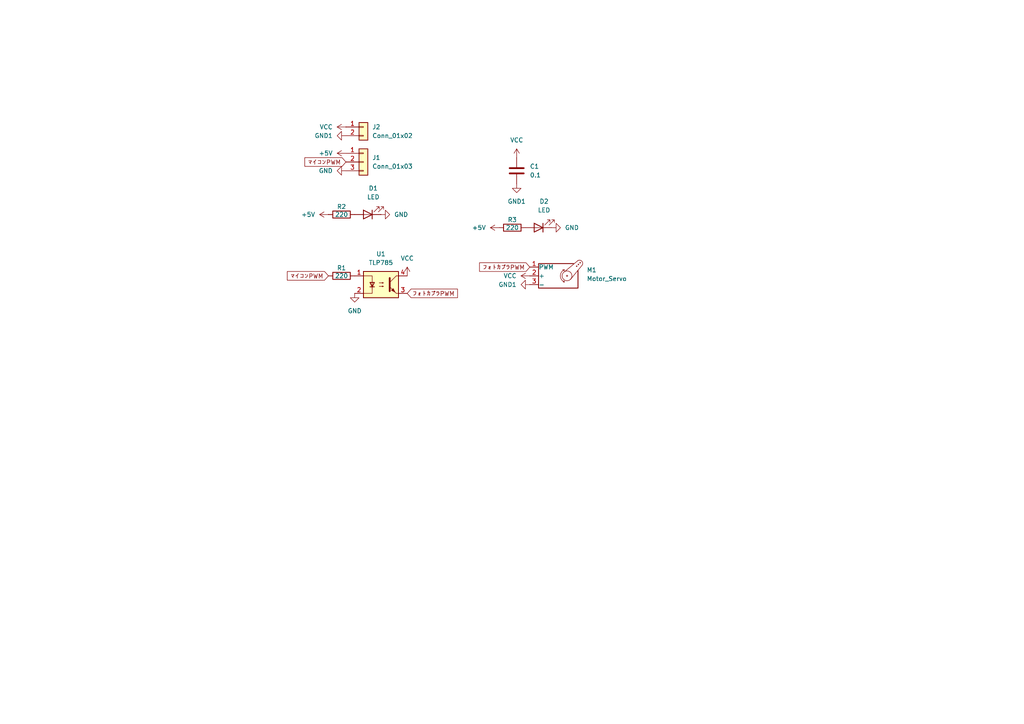
<source format=kicad_sch>
(kicad_sch
	(version 20231120)
	(generator "eeschema")
	(generator_version "8.0")
	(uuid "61befe0b-a8b9-422c-be8e-08a6ab0781c9")
	(paper "A4")
	(lib_symbols
		(symbol "Connector_Generic:Conn_01x02"
			(pin_names
				(offset 1.016) hide)
			(exclude_from_sim no)
			(in_bom yes)
			(on_board yes)
			(property "Reference" "J"
				(at 0 2.54 0)
				(effects
					(font
						(size 1.27 1.27)
					)
				)
			)
			(property "Value" "Conn_01x02"
				(at 0 -5.08 0)
				(effects
					(font
						(size 1.27 1.27)
					)
				)
			)
			(property "Footprint" ""
				(at 0 0 0)
				(effects
					(font
						(size 1.27 1.27)
					)
					(hide yes)
				)
			)
			(property "Datasheet" "~"
				(at 0 0 0)
				(effects
					(font
						(size 1.27 1.27)
					)
					(hide yes)
				)
			)
			(property "Description" "Generic connector, single row, 01x02, script generated (kicad-library-utils/schlib/autogen/connector/)"
				(at 0 0 0)
				(effects
					(font
						(size 1.27 1.27)
					)
					(hide yes)
				)
			)
			(property "ki_keywords" "connector"
				(at 0 0 0)
				(effects
					(font
						(size 1.27 1.27)
					)
					(hide yes)
				)
			)
			(property "ki_fp_filters" "Connector*:*_1x??_*"
				(at 0 0 0)
				(effects
					(font
						(size 1.27 1.27)
					)
					(hide yes)
				)
			)
			(symbol "Conn_01x02_1_1"
				(rectangle
					(start -1.27 -2.413)
					(end 0 -2.667)
					(stroke
						(width 0.1524)
						(type default)
					)
					(fill
						(type none)
					)
				)
				(rectangle
					(start -1.27 0.127)
					(end 0 -0.127)
					(stroke
						(width 0.1524)
						(type default)
					)
					(fill
						(type none)
					)
				)
				(rectangle
					(start -1.27 1.27)
					(end 1.27 -3.81)
					(stroke
						(width 0.254)
						(type default)
					)
					(fill
						(type background)
					)
				)
				(pin passive line
					(at -5.08 0 0)
					(length 3.81)
					(name "Pin_1"
						(effects
							(font
								(size 1.27 1.27)
							)
						)
					)
					(number "1"
						(effects
							(font
								(size 1.27 1.27)
							)
						)
					)
				)
				(pin passive line
					(at -5.08 -2.54 0)
					(length 3.81)
					(name "Pin_2"
						(effects
							(font
								(size 1.27 1.27)
							)
						)
					)
					(number "2"
						(effects
							(font
								(size 1.27 1.27)
							)
						)
					)
				)
			)
		)
		(symbol "Connector_Generic:Conn_01x03"
			(pin_names
				(offset 1.016) hide)
			(exclude_from_sim no)
			(in_bom yes)
			(on_board yes)
			(property "Reference" "J"
				(at 0 5.08 0)
				(effects
					(font
						(size 1.27 1.27)
					)
				)
			)
			(property "Value" "Conn_01x03"
				(at 0 -5.08 0)
				(effects
					(font
						(size 1.27 1.27)
					)
				)
			)
			(property "Footprint" ""
				(at 0 0 0)
				(effects
					(font
						(size 1.27 1.27)
					)
					(hide yes)
				)
			)
			(property "Datasheet" "~"
				(at 0 0 0)
				(effects
					(font
						(size 1.27 1.27)
					)
					(hide yes)
				)
			)
			(property "Description" "Generic connector, single row, 01x03, script generated (kicad-library-utils/schlib/autogen/connector/)"
				(at 0 0 0)
				(effects
					(font
						(size 1.27 1.27)
					)
					(hide yes)
				)
			)
			(property "ki_keywords" "connector"
				(at 0 0 0)
				(effects
					(font
						(size 1.27 1.27)
					)
					(hide yes)
				)
			)
			(property "ki_fp_filters" "Connector*:*_1x??_*"
				(at 0 0 0)
				(effects
					(font
						(size 1.27 1.27)
					)
					(hide yes)
				)
			)
			(symbol "Conn_01x03_1_1"
				(rectangle
					(start -1.27 -2.413)
					(end 0 -2.667)
					(stroke
						(width 0.1524)
						(type default)
					)
					(fill
						(type none)
					)
				)
				(rectangle
					(start -1.27 0.127)
					(end 0 -0.127)
					(stroke
						(width 0.1524)
						(type default)
					)
					(fill
						(type none)
					)
				)
				(rectangle
					(start -1.27 2.667)
					(end 0 2.413)
					(stroke
						(width 0.1524)
						(type default)
					)
					(fill
						(type none)
					)
				)
				(rectangle
					(start -1.27 3.81)
					(end 1.27 -3.81)
					(stroke
						(width 0.254)
						(type default)
					)
					(fill
						(type background)
					)
				)
				(pin passive line
					(at -5.08 2.54 0)
					(length 3.81)
					(name "Pin_1"
						(effects
							(font
								(size 1.27 1.27)
							)
						)
					)
					(number "1"
						(effects
							(font
								(size 1.27 1.27)
							)
						)
					)
				)
				(pin passive line
					(at -5.08 0 0)
					(length 3.81)
					(name "Pin_2"
						(effects
							(font
								(size 1.27 1.27)
							)
						)
					)
					(number "2"
						(effects
							(font
								(size 1.27 1.27)
							)
						)
					)
				)
				(pin passive line
					(at -5.08 -2.54 0)
					(length 3.81)
					(name "Pin_3"
						(effects
							(font
								(size 1.27 1.27)
							)
						)
					)
					(number "3"
						(effects
							(font
								(size 1.27 1.27)
							)
						)
					)
				)
			)
		)
		(symbol "Device:C"
			(pin_numbers hide)
			(pin_names
				(offset 0.254)
			)
			(exclude_from_sim no)
			(in_bom yes)
			(on_board yes)
			(property "Reference" "C"
				(at 0.635 2.54 0)
				(effects
					(font
						(size 1.27 1.27)
					)
					(justify left)
				)
			)
			(property "Value" "C"
				(at 0.635 -2.54 0)
				(effects
					(font
						(size 1.27 1.27)
					)
					(justify left)
				)
			)
			(property "Footprint" ""
				(at 0.9652 -3.81 0)
				(effects
					(font
						(size 1.27 1.27)
					)
					(hide yes)
				)
			)
			(property "Datasheet" "~"
				(at 0 0 0)
				(effects
					(font
						(size 1.27 1.27)
					)
					(hide yes)
				)
			)
			(property "Description" "Unpolarized capacitor"
				(at 0 0 0)
				(effects
					(font
						(size 1.27 1.27)
					)
					(hide yes)
				)
			)
			(property "ki_keywords" "cap capacitor"
				(at 0 0 0)
				(effects
					(font
						(size 1.27 1.27)
					)
					(hide yes)
				)
			)
			(property "ki_fp_filters" "C_*"
				(at 0 0 0)
				(effects
					(font
						(size 1.27 1.27)
					)
					(hide yes)
				)
			)
			(symbol "C_0_1"
				(polyline
					(pts
						(xy -2.032 -0.762) (xy 2.032 -0.762)
					)
					(stroke
						(width 0.508)
						(type default)
					)
					(fill
						(type none)
					)
				)
				(polyline
					(pts
						(xy -2.032 0.762) (xy 2.032 0.762)
					)
					(stroke
						(width 0.508)
						(type default)
					)
					(fill
						(type none)
					)
				)
			)
			(symbol "C_1_1"
				(pin passive line
					(at 0 3.81 270)
					(length 2.794)
					(name "~"
						(effects
							(font
								(size 1.27 1.27)
							)
						)
					)
					(number "1"
						(effects
							(font
								(size 1.27 1.27)
							)
						)
					)
				)
				(pin passive line
					(at 0 -3.81 90)
					(length 2.794)
					(name "~"
						(effects
							(font
								(size 1.27 1.27)
							)
						)
					)
					(number "2"
						(effects
							(font
								(size 1.27 1.27)
							)
						)
					)
				)
			)
		)
		(symbol "Device:LED"
			(pin_numbers hide)
			(pin_names
				(offset 1.016) hide)
			(exclude_from_sim no)
			(in_bom yes)
			(on_board yes)
			(property "Reference" "D"
				(at 0 2.54 0)
				(effects
					(font
						(size 1.27 1.27)
					)
				)
			)
			(property "Value" "LED"
				(at 0 -2.54 0)
				(effects
					(font
						(size 1.27 1.27)
					)
				)
			)
			(property "Footprint" ""
				(at 0 0 0)
				(effects
					(font
						(size 1.27 1.27)
					)
					(hide yes)
				)
			)
			(property "Datasheet" "~"
				(at 0 0 0)
				(effects
					(font
						(size 1.27 1.27)
					)
					(hide yes)
				)
			)
			(property "Description" "Light emitting diode"
				(at 0 0 0)
				(effects
					(font
						(size 1.27 1.27)
					)
					(hide yes)
				)
			)
			(property "ki_keywords" "LED diode"
				(at 0 0 0)
				(effects
					(font
						(size 1.27 1.27)
					)
					(hide yes)
				)
			)
			(property "ki_fp_filters" "LED* LED_SMD:* LED_THT:*"
				(at 0 0 0)
				(effects
					(font
						(size 1.27 1.27)
					)
					(hide yes)
				)
			)
			(symbol "LED_0_1"
				(polyline
					(pts
						(xy -1.27 -1.27) (xy -1.27 1.27)
					)
					(stroke
						(width 0.254)
						(type default)
					)
					(fill
						(type none)
					)
				)
				(polyline
					(pts
						(xy -1.27 0) (xy 1.27 0)
					)
					(stroke
						(width 0)
						(type default)
					)
					(fill
						(type none)
					)
				)
				(polyline
					(pts
						(xy 1.27 -1.27) (xy 1.27 1.27) (xy -1.27 0) (xy 1.27 -1.27)
					)
					(stroke
						(width 0.254)
						(type default)
					)
					(fill
						(type none)
					)
				)
				(polyline
					(pts
						(xy -3.048 -0.762) (xy -4.572 -2.286) (xy -3.81 -2.286) (xy -4.572 -2.286) (xy -4.572 -1.524)
					)
					(stroke
						(width 0)
						(type default)
					)
					(fill
						(type none)
					)
				)
				(polyline
					(pts
						(xy -1.778 -0.762) (xy -3.302 -2.286) (xy -2.54 -2.286) (xy -3.302 -2.286) (xy -3.302 -1.524)
					)
					(stroke
						(width 0)
						(type default)
					)
					(fill
						(type none)
					)
				)
			)
			(symbol "LED_1_1"
				(pin passive line
					(at -3.81 0 0)
					(length 2.54)
					(name "K"
						(effects
							(font
								(size 1.27 1.27)
							)
						)
					)
					(number "1"
						(effects
							(font
								(size 1.27 1.27)
							)
						)
					)
				)
				(pin passive line
					(at 3.81 0 180)
					(length 2.54)
					(name "A"
						(effects
							(font
								(size 1.27 1.27)
							)
						)
					)
					(number "2"
						(effects
							(font
								(size 1.27 1.27)
							)
						)
					)
				)
			)
		)
		(symbol "Device:R"
			(pin_numbers hide)
			(pin_names
				(offset 0)
			)
			(exclude_from_sim no)
			(in_bom yes)
			(on_board yes)
			(property "Reference" "R"
				(at 2.032 0 90)
				(effects
					(font
						(size 1.27 1.27)
					)
				)
			)
			(property "Value" "R"
				(at 0 0 90)
				(effects
					(font
						(size 1.27 1.27)
					)
				)
			)
			(property "Footprint" ""
				(at -1.778 0 90)
				(effects
					(font
						(size 1.27 1.27)
					)
					(hide yes)
				)
			)
			(property "Datasheet" "~"
				(at 0 0 0)
				(effects
					(font
						(size 1.27 1.27)
					)
					(hide yes)
				)
			)
			(property "Description" "Resistor"
				(at 0 0 0)
				(effects
					(font
						(size 1.27 1.27)
					)
					(hide yes)
				)
			)
			(property "ki_keywords" "R res resistor"
				(at 0 0 0)
				(effects
					(font
						(size 1.27 1.27)
					)
					(hide yes)
				)
			)
			(property "ki_fp_filters" "R_*"
				(at 0 0 0)
				(effects
					(font
						(size 1.27 1.27)
					)
					(hide yes)
				)
			)
			(symbol "R_0_1"
				(rectangle
					(start -1.016 -2.54)
					(end 1.016 2.54)
					(stroke
						(width 0.254)
						(type default)
					)
					(fill
						(type none)
					)
				)
			)
			(symbol "R_1_1"
				(pin passive line
					(at 0 3.81 270)
					(length 1.27)
					(name "~"
						(effects
							(font
								(size 1.27 1.27)
							)
						)
					)
					(number "1"
						(effects
							(font
								(size 1.27 1.27)
							)
						)
					)
				)
				(pin passive line
					(at 0 -3.81 90)
					(length 1.27)
					(name "~"
						(effects
							(font
								(size 1.27 1.27)
							)
						)
					)
					(number "2"
						(effects
							(font
								(size 1.27 1.27)
							)
						)
					)
				)
			)
		)
		(symbol "Isolator:TLP785"
			(pin_names
				(offset 1.016)
			)
			(exclude_from_sim no)
			(in_bom yes)
			(on_board yes)
			(property "Reference" "U"
				(at -5.08 5.08 0)
				(effects
					(font
						(size 1.27 1.27)
					)
					(justify left)
				)
			)
			(property "Value" "TLP785"
				(at 0 5.08 0)
				(effects
					(font
						(size 1.27 1.27)
					)
					(justify left)
				)
			)
			(property "Footprint" "Package_DIP:DIP-4_W7.62mm"
				(at -5.08 -5.08 0)
				(effects
					(font
						(size 1.27 1.27)
						(italic yes)
					)
					(justify left)
					(hide yes)
				)
			)
			(property "Datasheet" "https://toshiba.semicon-storage.com/info/docget.jsp?did=10569&prodName=TLP785"
				(at 0 0 0)
				(effects
					(font
						(size 1.27 1.27)
					)
					(justify left)
					(hide yes)
				)
			)
			(property "Description" "DC Optocoupler, Vce 80V, CTR 50-200%, DIP4"
				(at 0 0 0)
				(effects
					(font
						(size 1.27 1.27)
					)
					(hide yes)
				)
			)
			(property "ki_keywords" "NPN DC Optocoupler"
				(at 0 0 0)
				(effects
					(font
						(size 1.27 1.27)
					)
					(hide yes)
				)
			)
			(property "ki_fp_filters" "DIP*W7.62mm*"
				(at 0 0 0)
				(effects
					(font
						(size 1.27 1.27)
					)
					(hide yes)
				)
			)
			(symbol "TLP785_0_1"
				(rectangle
					(start -5.08 3.81)
					(end 5.08 -3.81)
					(stroke
						(width 0.254)
						(type default)
					)
					(fill
						(type background)
					)
				)
				(polyline
					(pts
						(xy -3.175 -0.635) (xy -1.905 -0.635)
					)
					(stroke
						(width 0.254)
						(type default)
					)
					(fill
						(type none)
					)
				)
				(polyline
					(pts
						(xy 2.54 0.635) (xy 4.445 2.54)
					)
					(stroke
						(width 0)
						(type default)
					)
					(fill
						(type none)
					)
				)
				(polyline
					(pts
						(xy 4.445 -2.54) (xy 2.54 -0.635)
					)
					(stroke
						(width 0)
						(type default)
					)
					(fill
						(type outline)
					)
				)
				(polyline
					(pts
						(xy 4.445 -2.54) (xy 5.08 -2.54)
					)
					(stroke
						(width 0)
						(type default)
					)
					(fill
						(type none)
					)
				)
				(polyline
					(pts
						(xy 4.445 2.54) (xy 5.08 2.54)
					)
					(stroke
						(width 0)
						(type default)
					)
					(fill
						(type none)
					)
				)
				(polyline
					(pts
						(xy -2.54 -0.635) (xy -2.54 -2.54) (xy -5.08 -2.54)
					)
					(stroke
						(width 0)
						(type default)
					)
					(fill
						(type none)
					)
				)
				(polyline
					(pts
						(xy 2.54 1.905) (xy 2.54 -1.905) (xy 2.54 -1.905)
					)
					(stroke
						(width 0.508)
						(type default)
					)
					(fill
						(type none)
					)
				)
				(polyline
					(pts
						(xy -5.08 2.54) (xy -2.54 2.54) (xy -2.54 -1.27) (xy -2.54 0.635)
					)
					(stroke
						(width 0)
						(type default)
					)
					(fill
						(type none)
					)
				)
				(polyline
					(pts
						(xy -2.54 -0.635) (xy -3.175 0.635) (xy -1.905 0.635) (xy -2.54 -0.635)
					)
					(stroke
						(width 0.254)
						(type default)
					)
					(fill
						(type none)
					)
				)
				(polyline
					(pts
						(xy -0.508 -0.508) (xy 0.762 -0.508) (xy 0.381 -0.635) (xy 0.381 -0.381) (xy 0.762 -0.508)
					)
					(stroke
						(width 0)
						(type default)
					)
					(fill
						(type none)
					)
				)
				(polyline
					(pts
						(xy -0.508 0.508) (xy 0.762 0.508) (xy 0.381 0.381) (xy 0.381 0.635) (xy 0.762 0.508)
					)
					(stroke
						(width 0)
						(type default)
					)
					(fill
						(type none)
					)
				)
				(polyline
					(pts
						(xy 3.048 -1.651) (xy 3.556 -1.143) (xy 4.064 -2.159) (xy 3.048 -1.651) (xy 3.048 -1.651)
					)
					(stroke
						(width 0)
						(type default)
					)
					(fill
						(type outline)
					)
				)
			)
			(symbol "TLP785_1_1"
				(pin passive line
					(at -7.62 2.54 0)
					(length 2.54)
					(name "~"
						(effects
							(font
								(size 1.27 1.27)
							)
						)
					)
					(number "1"
						(effects
							(font
								(size 1.27 1.27)
							)
						)
					)
				)
				(pin passive line
					(at -7.62 -2.54 0)
					(length 2.54)
					(name "~"
						(effects
							(font
								(size 1.27 1.27)
							)
						)
					)
					(number "2"
						(effects
							(font
								(size 1.27 1.27)
							)
						)
					)
				)
				(pin passive line
					(at 7.62 -2.54 180)
					(length 2.54)
					(name "~"
						(effects
							(font
								(size 1.27 1.27)
							)
						)
					)
					(number "3"
						(effects
							(font
								(size 1.27 1.27)
							)
						)
					)
				)
				(pin passive line
					(at 7.62 2.54 180)
					(length 2.54)
					(name "~"
						(effects
							(font
								(size 1.27 1.27)
							)
						)
					)
					(number "4"
						(effects
							(font
								(size 1.27 1.27)
							)
						)
					)
				)
			)
		)
		(symbol "Motor:Motor_Servo"
			(pin_names
				(offset 0.0254)
			)
			(exclude_from_sim no)
			(in_bom yes)
			(on_board yes)
			(property "Reference" "M"
				(at -5.08 4.445 0)
				(effects
					(font
						(size 1.27 1.27)
					)
					(justify left)
				)
			)
			(property "Value" "Motor_Servo"
				(at -5.08 -4.064 0)
				(effects
					(font
						(size 1.27 1.27)
					)
					(justify left top)
				)
			)
			(property "Footprint" ""
				(at 0 -4.826 0)
				(effects
					(font
						(size 1.27 1.27)
					)
					(hide yes)
				)
			)
			(property "Datasheet" "http://forums.parallax.com/uploads/attachments/46831/74481.png"
				(at 0 -4.826 0)
				(effects
					(font
						(size 1.27 1.27)
					)
					(hide yes)
				)
			)
			(property "Description" "Servo Motor (Futaba, HiTec, JR connector)"
				(at 0 0 0)
				(effects
					(font
						(size 1.27 1.27)
					)
					(hide yes)
				)
			)
			(property "ki_keywords" "Servo Motor"
				(at 0 0 0)
				(effects
					(font
						(size 1.27 1.27)
					)
					(hide yes)
				)
			)
			(property "ki_fp_filters" "PinHeader*P2.54mm*"
				(at 0 0 0)
				(effects
					(font
						(size 1.27 1.27)
					)
					(hide yes)
				)
			)
			(symbol "Motor_Servo_0_1"
				(polyline
					(pts
						(xy 2.413 -1.778) (xy 2.032 -1.778)
					)
					(stroke
						(width 0)
						(type default)
					)
					(fill
						(type none)
					)
				)
				(polyline
					(pts
						(xy 2.413 -1.778) (xy 2.286 -1.397)
					)
					(stroke
						(width 0)
						(type default)
					)
					(fill
						(type none)
					)
				)
				(polyline
					(pts
						(xy 2.413 1.778) (xy 1.905 1.778)
					)
					(stroke
						(width 0)
						(type default)
					)
					(fill
						(type none)
					)
				)
				(polyline
					(pts
						(xy 2.413 1.778) (xy 2.286 1.397)
					)
					(stroke
						(width 0)
						(type default)
					)
					(fill
						(type none)
					)
				)
				(polyline
					(pts
						(xy 6.35 4.445) (xy 2.54 1.27)
					)
					(stroke
						(width 0)
						(type default)
					)
					(fill
						(type none)
					)
				)
				(polyline
					(pts
						(xy 7.62 3.175) (xy 4.191 -1.016)
					)
					(stroke
						(width 0)
						(type default)
					)
					(fill
						(type none)
					)
				)
				(polyline
					(pts
						(xy 5.08 3.556) (xy -5.08 3.556) (xy -5.08 -3.556) (xy 6.35 -3.556) (xy 6.35 1.524)
					)
					(stroke
						(width 0.254)
						(type default)
					)
					(fill
						(type none)
					)
				)
				(arc
					(start 2.413 1.778)
					(mid 1.2406 0)
					(end 2.413 -1.778)
					(stroke
						(width 0)
						(type default)
					)
					(fill
						(type none)
					)
				)
				(circle
					(center 3.175 0)
					(radius 0.1778)
					(stroke
						(width 0)
						(type default)
					)
					(fill
						(type none)
					)
				)
				(circle
					(center 3.175 0)
					(radius 1.4224)
					(stroke
						(width 0)
						(type default)
					)
					(fill
						(type none)
					)
				)
				(circle
					(center 5.969 2.794)
					(radius 0.127)
					(stroke
						(width 0)
						(type default)
					)
					(fill
						(type none)
					)
				)
				(circle
					(center 6.477 3.302)
					(radius 0.127)
					(stroke
						(width 0)
						(type default)
					)
					(fill
						(type none)
					)
				)
				(circle
					(center 6.985 3.81)
					(radius 0.127)
					(stroke
						(width 0)
						(type default)
					)
					(fill
						(type none)
					)
				)
				(arc
					(start 7.62 3.175)
					(mid 7.4485 4.2735)
					(end 6.35 4.445)
					(stroke
						(width 0)
						(type default)
					)
					(fill
						(type none)
					)
				)
			)
			(symbol "Motor_Servo_1_1"
				(pin passive line
					(at -7.62 2.54 0)
					(length 2.54)
					(name "PWM"
						(effects
							(font
								(size 1.27 1.27)
							)
						)
					)
					(number "1"
						(effects
							(font
								(size 1.27 1.27)
							)
						)
					)
				)
				(pin passive line
					(at -7.62 0 0)
					(length 2.54)
					(name "+"
						(effects
							(font
								(size 1.27 1.27)
							)
						)
					)
					(number "2"
						(effects
							(font
								(size 1.27 1.27)
							)
						)
					)
				)
				(pin passive line
					(at -7.62 -2.54 0)
					(length 2.54)
					(name "-"
						(effects
							(font
								(size 1.27 1.27)
							)
						)
					)
					(number "3"
						(effects
							(font
								(size 1.27 1.27)
							)
						)
					)
				)
			)
		)
		(symbol "power:+5V"
			(power)
			(pin_numbers hide)
			(pin_names
				(offset 0) hide)
			(exclude_from_sim no)
			(in_bom yes)
			(on_board yes)
			(property "Reference" "#PWR"
				(at 0 -3.81 0)
				(effects
					(font
						(size 1.27 1.27)
					)
					(hide yes)
				)
			)
			(property "Value" "+5V"
				(at 0 3.556 0)
				(effects
					(font
						(size 1.27 1.27)
					)
				)
			)
			(property "Footprint" ""
				(at 0 0 0)
				(effects
					(font
						(size 1.27 1.27)
					)
					(hide yes)
				)
			)
			(property "Datasheet" ""
				(at 0 0 0)
				(effects
					(font
						(size 1.27 1.27)
					)
					(hide yes)
				)
			)
			(property "Description" "Power symbol creates a global label with name \"+5V\""
				(at 0 0 0)
				(effects
					(font
						(size 1.27 1.27)
					)
					(hide yes)
				)
			)
			(property "ki_keywords" "global power"
				(at 0 0 0)
				(effects
					(font
						(size 1.27 1.27)
					)
					(hide yes)
				)
			)
			(symbol "+5V_0_1"
				(polyline
					(pts
						(xy -0.762 1.27) (xy 0 2.54)
					)
					(stroke
						(width 0)
						(type default)
					)
					(fill
						(type none)
					)
				)
				(polyline
					(pts
						(xy 0 0) (xy 0 2.54)
					)
					(stroke
						(width 0)
						(type default)
					)
					(fill
						(type none)
					)
				)
				(polyline
					(pts
						(xy 0 2.54) (xy 0.762 1.27)
					)
					(stroke
						(width 0)
						(type default)
					)
					(fill
						(type none)
					)
				)
			)
			(symbol "+5V_1_1"
				(pin power_in line
					(at 0 0 90)
					(length 0)
					(name "~"
						(effects
							(font
								(size 1.27 1.27)
							)
						)
					)
					(number "1"
						(effects
							(font
								(size 1.27 1.27)
							)
						)
					)
				)
			)
		)
		(symbol "power:GND"
			(power)
			(pin_numbers hide)
			(pin_names
				(offset 0) hide)
			(exclude_from_sim no)
			(in_bom yes)
			(on_board yes)
			(property "Reference" "#PWR"
				(at 0 -6.35 0)
				(effects
					(font
						(size 1.27 1.27)
					)
					(hide yes)
				)
			)
			(property "Value" "GND"
				(at 0 -3.81 0)
				(effects
					(font
						(size 1.27 1.27)
					)
				)
			)
			(property "Footprint" ""
				(at 0 0 0)
				(effects
					(font
						(size 1.27 1.27)
					)
					(hide yes)
				)
			)
			(property "Datasheet" ""
				(at 0 0 0)
				(effects
					(font
						(size 1.27 1.27)
					)
					(hide yes)
				)
			)
			(property "Description" "Power symbol creates a global label with name \"GND\" , ground"
				(at 0 0 0)
				(effects
					(font
						(size 1.27 1.27)
					)
					(hide yes)
				)
			)
			(property "ki_keywords" "global power"
				(at 0 0 0)
				(effects
					(font
						(size 1.27 1.27)
					)
					(hide yes)
				)
			)
			(symbol "GND_0_1"
				(polyline
					(pts
						(xy 0 0) (xy 0 -1.27) (xy 1.27 -1.27) (xy 0 -2.54) (xy -1.27 -1.27) (xy 0 -1.27)
					)
					(stroke
						(width 0)
						(type default)
					)
					(fill
						(type none)
					)
				)
			)
			(symbol "GND_1_1"
				(pin power_in line
					(at 0 0 270)
					(length 0)
					(name "~"
						(effects
							(font
								(size 1.27 1.27)
							)
						)
					)
					(number "1"
						(effects
							(font
								(size 1.27 1.27)
							)
						)
					)
				)
			)
		)
		(symbol "power:GND1"
			(power)
			(pin_numbers hide)
			(pin_names
				(offset 0) hide)
			(exclude_from_sim no)
			(in_bom yes)
			(on_board yes)
			(property "Reference" "#PWR"
				(at 0 -6.35 0)
				(effects
					(font
						(size 1.27 1.27)
					)
					(hide yes)
				)
			)
			(property "Value" "GND1"
				(at 0 -3.81 0)
				(effects
					(font
						(size 1.27 1.27)
					)
				)
			)
			(property "Footprint" ""
				(at 0 0 0)
				(effects
					(font
						(size 1.27 1.27)
					)
					(hide yes)
				)
			)
			(property "Datasheet" ""
				(at 0 0 0)
				(effects
					(font
						(size 1.27 1.27)
					)
					(hide yes)
				)
			)
			(property "Description" "Power symbol creates a global label with name \"GND1\" , ground"
				(at 0 0 0)
				(effects
					(font
						(size 1.27 1.27)
					)
					(hide yes)
				)
			)
			(property "ki_keywords" "global power"
				(at 0 0 0)
				(effects
					(font
						(size 1.27 1.27)
					)
					(hide yes)
				)
			)
			(symbol "GND1_0_1"
				(polyline
					(pts
						(xy 0 0) (xy 0 -1.27) (xy 1.27 -1.27) (xy 0 -2.54) (xy -1.27 -1.27) (xy 0 -1.27)
					)
					(stroke
						(width 0)
						(type default)
					)
					(fill
						(type none)
					)
				)
			)
			(symbol "GND1_1_1"
				(pin power_in line
					(at 0 0 270)
					(length 0)
					(name "~"
						(effects
							(font
								(size 1.27 1.27)
							)
						)
					)
					(number "1"
						(effects
							(font
								(size 1.27 1.27)
							)
						)
					)
				)
			)
		)
		(symbol "power:VCC"
			(power)
			(pin_numbers hide)
			(pin_names
				(offset 0) hide)
			(exclude_from_sim no)
			(in_bom yes)
			(on_board yes)
			(property "Reference" "#PWR"
				(at 0 -3.81 0)
				(effects
					(font
						(size 1.27 1.27)
					)
					(hide yes)
				)
			)
			(property "Value" "VCC"
				(at 0 3.556 0)
				(effects
					(font
						(size 1.27 1.27)
					)
				)
			)
			(property "Footprint" ""
				(at 0 0 0)
				(effects
					(font
						(size 1.27 1.27)
					)
					(hide yes)
				)
			)
			(property "Datasheet" ""
				(at 0 0 0)
				(effects
					(font
						(size 1.27 1.27)
					)
					(hide yes)
				)
			)
			(property "Description" "Power symbol creates a global label with name \"VCC\""
				(at 0 0 0)
				(effects
					(font
						(size 1.27 1.27)
					)
					(hide yes)
				)
			)
			(property "ki_keywords" "global power"
				(at 0 0 0)
				(effects
					(font
						(size 1.27 1.27)
					)
					(hide yes)
				)
			)
			(symbol "VCC_0_1"
				(polyline
					(pts
						(xy -0.762 1.27) (xy 0 2.54)
					)
					(stroke
						(width 0)
						(type default)
					)
					(fill
						(type none)
					)
				)
				(polyline
					(pts
						(xy 0 0) (xy 0 2.54)
					)
					(stroke
						(width 0)
						(type default)
					)
					(fill
						(type none)
					)
				)
				(polyline
					(pts
						(xy 0 2.54) (xy 0.762 1.27)
					)
					(stroke
						(width 0)
						(type default)
					)
					(fill
						(type none)
					)
				)
			)
			(symbol "VCC_1_1"
				(pin power_in line
					(at 0 0 90)
					(length 0)
					(name "~"
						(effects
							(font
								(size 1.27 1.27)
							)
						)
					)
					(number "1"
						(effects
							(font
								(size 1.27 1.27)
							)
						)
					)
				)
			)
		)
	)
	(global_label "フォトカプラPWM"
		(shape input)
		(at 153.67 77.47 180)
		(fields_autoplaced yes)
		(effects
			(font
				(size 1.27 1.27)
			)
			(justify right)
		)
		(uuid "23eb3c46-d2ca-4fe2-bbe3-13db73bc9644")
		(property "Intersheetrefs" "${INTERSHEET_REFS}"
			(at 138.529 77.47 0)
			(effects
				(font
					(size 1.27 1.27)
				)
				(justify right)
				(hide yes)
			)
		)
	)
	(global_label "フォトカプラPWM"
		(shape input)
		(at 118.11 85.09 0)
		(fields_autoplaced yes)
		(effects
			(font
				(size 1.27 1.27)
			)
			(justify left)
		)
		(uuid "2d919f58-f0cc-4d09-a670-d704ca69a466")
		(property "Intersheetrefs" "${INTERSHEET_REFS}"
			(at 133.251 85.09 0)
			(effects
				(font
					(size 1.27 1.27)
				)
				(justify left)
				(hide yes)
			)
		)
	)
	(global_label "マイコンPWM"
		(shape input)
		(at 95.25 80.01 180)
		(fields_autoplaced yes)
		(effects
			(font
				(size 1.27 1.27)
			)
			(justify right)
		)
		(uuid "96b13195-57aa-4221-9185-bd7cf7eb4df7")
		(property "Intersheetrefs" "${INTERSHEET_REFS}"
			(at 82.77 80.01 0)
			(effects
				(font
					(size 1.27 1.27)
				)
				(justify right)
				(hide yes)
			)
		)
	)
	(global_label "マイコンPWM"
		(shape input)
		(at 100.33 46.99 180)
		(fields_autoplaced yes)
		(effects
			(font
				(size 1.27 1.27)
			)
			(justify right)
		)
		(uuid "abaf0c84-8894-4ee2-8b93-a42c0ae26475")
		(property "Intersheetrefs" "${INTERSHEET_REFS}"
			(at 87.85 46.99 0)
			(effects
				(font
					(size 1.27 1.27)
				)
				(justify right)
				(hide yes)
			)
		)
	)
	(symbol
		(lib_id "Connector_Generic:Conn_01x02")
		(at 105.41 36.83 0)
		(unit 1)
		(exclude_from_sim no)
		(in_bom yes)
		(on_board yes)
		(dnp no)
		(fields_autoplaced yes)
		(uuid "0d3e8749-6513-472e-b779-d70edb906cd0")
		(property "Reference" "J2"
			(at 107.95 36.8299 0)
			(effects
				(font
					(size 1.27 1.27)
				)
				(justify left)
			)
		)
		(property "Value" "Conn_01x02"
			(at 107.95 39.3699 0)
			(effects
				(font
					(size 1.27 1.27)
				)
				(justify left)
			)
		)
		(property "Footprint" "Connector_AMASS:AMASS_XT30PW-F_1x02_P2.50mm_Horizontal"
			(at 105.41 36.83 0)
			(effects
				(font
					(size 1.27 1.27)
				)
				(hide yes)
			)
		)
		(property "Datasheet" "~"
			(at 105.41 36.83 0)
			(effects
				(font
					(size 1.27 1.27)
				)
				(hide yes)
			)
		)
		(property "Description" "Generic connector, single row, 01x02, script generated (kicad-library-utils/schlib/autogen/connector/)"
			(at 105.41 36.83 0)
			(effects
				(font
					(size 1.27 1.27)
				)
				(hide yes)
			)
		)
		(pin "2"
			(uuid "0e083b7f-4809-4339-a3a7-5f4f51763665")
		)
		(pin "1"
			(uuid "525b3185-cf66-4406-8201-f78b527b6c61")
		)
		(instances
			(project ""
				(path "/61befe0b-a8b9-422c-be8e-08a6ab0781c9"
					(reference "J2")
					(unit 1)
				)
			)
		)
	)
	(symbol
		(lib_id "power:GND1")
		(at 100.33 39.37 270)
		(unit 1)
		(exclude_from_sim no)
		(in_bom yes)
		(on_board yes)
		(dnp no)
		(fields_autoplaced yes)
		(uuid "1b6ea4ef-d5e6-4884-ad87-651d736af5f8")
		(property "Reference" "#PWR02"
			(at 93.98 39.37 0)
			(effects
				(font
					(size 1.27 1.27)
				)
				(hide yes)
			)
		)
		(property "Value" "GND1"
			(at 96.52 39.3699 90)
			(effects
				(font
					(size 1.27 1.27)
				)
				(justify right)
			)
		)
		(property "Footprint" ""
			(at 100.33 39.37 0)
			(effects
				(font
					(size 1.27 1.27)
				)
				(hide yes)
			)
		)
		(property "Datasheet" ""
			(at 100.33 39.37 0)
			(effects
				(font
					(size 1.27 1.27)
				)
				(hide yes)
			)
		)
		(property "Description" "Power symbol creates a global label with name \"GND1\" , ground"
			(at 100.33 39.37 0)
			(effects
				(font
					(size 1.27 1.27)
				)
				(hide yes)
			)
		)
		(pin "1"
			(uuid "e29883eb-dafc-4fa9-b0de-12ce93997dc9")
		)
		(instances
			(project ""
				(path "/61befe0b-a8b9-422c-be8e-08a6ab0781c9"
					(reference "#PWR02")
					(unit 1)
				)
			)
		)
	)
	(symbol
		(lib_id "Device:C")
		(at 149.86 49.53 0)
		(unit 1)
		(exclude_from_sim no)
		(in_bom yes)
		(on_board yes)
		(dnp no)
		(fields_autoplaced yes)
		(uuid "2262e146-3858-499c-9b59-6455a018db63")
		(property "Reference" "C1"
			(at 153.67 48.2599 0)
			(effects
				(font
					(size 1.27 1.27)
				)
				(justify left)
			)
		)
		(property "Value" "0.1"
			(at 153.67 50.7999 0)
			(effects
				(font
					(size 1.27 1.27)
				)
				(justify left)
			)
		)
		(property "Footprint" "Capacitor_THT:C_Disc_D3.0mm_W1.6mm_P2.50mm"
			(at 150.8252 53.34 0)
			(effects
				(font
					(size 1.27 1.27)
				)
				(hide yes)
			)
		)
		(property "Datasheet" "~"
			(at 149.86 49.53 0)
			(effects
				(font
					(size 1.27 1.27)
				)
				(hide yes)
			)
		)
		(property "Description" "Unpolarized capacitor"
			(at 149.86 49.53 0)
			(effects
				(font
					(size 1.27 1.27)
				)
				(hide yes)
			)
		)
		(pin "1"
			(uuid "37a26120-d087-44f8-a77d-9c7140bc7f48")
		)
		(pin "2"
			(uuid "1a3bc1b4-8877-44fe-8dcb-a09cee9e920a")
		)
		(instances
			(project ""
				(path "/61befe0b-a8b9-422c-be8e-08a6ab0781c9"
					(reference "C1")
					(unit 1)
				)
			)
		)
	)
	(symbol
		(lib_id "power:GND1")
		(at 149.86 53.34 0)
		(unit 1)
		(exclude_from_sim no)
		(in_bom yes)
		(on_board yes)
		(dnp no)
		(fields_autoplaced yes)
		(uuid "35a26fa2-d987-4b65-aee9-22234de7a186")
		(property "Reference" "#PWR010"
			(at 149.86 59.69 0)
			(effects
				(font
					(size 1.27 1.27)
				)
				(hide yes)
			)
		)
		(property "Value" "GND1"
			(at 149.86 58.42 0)
			(effects
				(font
					(size 1.27 1.27)
				)
			)
		)
		(property "Footprint" ""
			(at 149.86 53.34 0)
			(effects
				(font
					(size 1.27 1.27)
				)
				(hide yes)
			)
		)
		(property "Datasheet" ""
			(at 149.86 53.34 0)
			(effects
				(font
					(size 1.27 1.27)
				)
				(hide yes)
			)
		)
		(property "Description" "Power symbol creates a global label with name \"GND1\" , ground"
			(at 149.86 53.34 0)
			(effects
				(font
					(size 1.27 1.27)
				)
				(hide yes)
			)
		)
		(pin "1"
			(uuid "bdc39133-0c22-46d4-bbb7-bf3ec3f74527")
		)
		(instances
			(project ""
				(path "/61befe0b-a8b9-422c-be8e-08a6ab0781c9"
					(reference "#PWR010")
					(unit 1)
				)
			)
		)
	)
	(symbol
		(lib_id "power:VCC")
		(at 118.11 80.01 0)
		(unit 1)
		(exclude_from_sim no)
		(in_bom yes)
		(on_board yes)
		(dnp no)
		(fields_autoplaced yes)
		(uuid "364935fc-8cc4-458d-8b87-05fe2d075def")
		(property "Reference" "#PWR07"
			(at 118.11 83.82 0)
			(effects
				(font
					(size 1.27 1.27)
				)
				(hide yes)
			)
		)
		(property "Value" "VCC"
			(at 118.11 74.93 0)
			(effects
				(font
					(size 1.27 1.27)
				)
			)
		)
		(property "Footprint" ""
			(at 118.11 80.01 0)
			(effects
				(font
					(size 1.27 1.27)
				)
				(hide yes)
			)
		)
		(property "Datasheet" ""
			(at 118.11 80.01 0)
			(effects
				(font
					(size 1.27 1.27)
				)
				(hide yes)
			)
		)
		(property "Description" "Power symbol creates a global label with name \"VCC\""
			(at 118.11 80.01 0)
			(effects
				(font
					(size 1.27 1.27)
				)
				(hide yes)
			)
		)
		(pin "1"
			(uuid "24a8725c-d0f5-47d3-9246-242ae2ffa73c")
		)
		(instances
			(project ""
				(path "/61befe0b-a8b9-422c-be8e-08a6ab0781c9"
					(reference "#PWR07")
					(unit 1)
				)
			)
		)
	)
	(symbol
		(lib_id "power:+5V")
		(at 100.33 44.45 90)
		(unit 1)
		(exclude_from_sim no)
		(in_bom yes)
		(on_board yes)
		(dnp no)
		(fields_autoplaced yes)
		(uuid "4e043703-1bce-4454-85e2-d3bd4f4e9bfe")
		(property "Reference" "#PWR03"
			(at 104.14 44.45 0)
			(effects
				(font
					(size 1.27 1.27)
				)
				(hide yes)
			)
		)
		(property "Value" "+5V"
			(at 96.52 44.4499 90)
			(effects
				(font
					(size 1.27 1.27)
				)
				(justify left)
			)
		)
		(property "Footprint" ""
			(at 100.33 44.45 0)
			(effects
				(font
					(size 1.27 1.27)
				)
				(hide yes)
			)
		)
		(property "Datasheet" ""
			(at 100.33 44.45 0)
			(effects
				(font
					(size 1.27 1.27)
				)
				(hide yes)
			)
		)
		(property "Description" "Power symbol creates a global label with name \"+5V\""
			(at 100.33 44.45 0)
			(effects
				(font
					(size 1.27 1.27)
				)
				(hide yes)
			)
		)
		(pin "1"
			(uuid "7fc29de0-6d54-47bf-99c5-645c805da377")
		)
		(instances
			(project ""
				(path "/61befe0b-a8b9-422c-be8e-08a6ab0781c9"
					(reference "#PWR03")
					(unit 1)
				)
			)
		)
	)
	(symbol
		(lib_id "power:+5V")
		(at 95.25 62.23 90)
		(unit 1)
		(exclude_from_sim no)
		(in_bom yes)
		(on_board yes)
		(dnp no)
		(fields_autoplaced yes)
		(uuid "54bd2d4f-c4be-46f7-9b8d-a34a85138ead")
		(property "Reference" "#PWR06"
			(at 99.06 62.23 0)
			(effects
				(font
					(size 1.27 1.27)
				)
				(hide yes)
			)
		)
		(property "Value" "+5V"
			(at 91.44 62.2299 90)
			(effects
				(font
					(size 1.27 1.27)
				)
				(justify left)
			)
		)
		(property "Footprint" ""
			(at 95.25 62.23 0)
			(effects
				(font
					(size 1.27 1.27)
				)
				(hide yes)
			)
		)
		(property "Datasheet" ""
			(at 95.25 62.23 0)
			(effects
				(font
					(size 1.27 1.27)
				)
				(hide yes)
			)
		)
		(property "Description" "Power symbol creates a global label with name \"+5V\""
			(at 95.25 62.23 0)
			(effects
				(font
					(size 1.27 1.27)
				)
				(hide yes)
			)
		)
		(pin "1"
			(uuid "57b42d9c-4a23-475f-b31f-216c9c92ecb8")
		)
		(instances
			(project ""
				(path "/61befe0b-a8b9-422c-be8e-08a6ab0781c9"
					(reference "#PWR06")
					(unit 1)
				)
			)
		)
	)
	(symbol
		(lib_id "power:VCC")
		(at 153.67 80.01 90)
		(unit 1)
		(exclude_from_sim no)
		(in_bom yes)
		(on_board yes)
		(dnp no)
		(fields_autoplaced yes)
		(uuid "659c5595-d366-4802-8f38-813483d2987a")
		(property "Reference" "#PWR013"
			(at 157.48 80.01 0)
			(effects
				(font
					(size 1.27 1.27)
				)
				(hide yes)
			)
		)
		(property "Value" "VCC"
			(at 149.86 80.0099 90)
			(effects
				(font
					(size 1.27 1.27)
				)
				(justify left)
			)
		)
		(property "Footprint" ""
			(at 153.67 80.01 0)
			(effects
				(font
					(size 1.27 1.27)
				)
				(hide yes)
			)
		)
		(property "Datasheet" ""
			(at 153.67 80.01 0)
			(effects
				(font
					(size 1.27 1.27)
				)
				(hide yes)
			)
		)
		(property "Description" "Power symbol creates a global label with name \"VCC\""
			(at 153.67 80.01 0)
			(effects
				(font
					(size 1.27 1.27)
				)
				(hide yes)
			)
		)
		(pin "1"
			(uuid "e47254b5-7a72-4e35-9300-8d3e6a37a12c")
		)
		(instances
			(project ""
				(path "/61befe0b-a8b9-422c-be8e-08a6ab0781c9"
					(reference "#PWR013")
					(unit 1)
				)
			)
		)
	)
	(symbol
		(lib_id "Device:R")
		(at 148.59 66.04 90)
		(unit 1)
		(exclude_from_sim no)
		(in_bom yes)
		(on_board yes)
		(dnp no)
		(uuid "6fdd9d43-4785-4fb1-892e-50f097e7e0cf")
		(property "Reference" "R3"
			(at 148.59 63.754 90)
			(effects
				(font
					(size 1.27 1.27)
				)
			)
		)
		(property "Value" "220"
			(at 148.59 66.04 90)
			(effects
				(font
					(size 1.27 1.27)
				)
			)
		)
		(property "Footprint" "Resistor_THT:R_Axial_DIN0207_L6.3mm_D2.5mm_P10.16mm_Horizontal"
			(at 148.59 67.818 90)
			(effects
				(font
					(size 1.27 1.27)
				)
				(hide yes)
			)
		)
		(property "Datasheet" "~"
			(at 148.59 66.04 0)
			(effects
				(font
					(size 1.27 1.27)
				)
				(hide yes)
			)
		)
		(property "Description" "Resistor"
			(at 148.59 66.04 0)
			(effects
				(font
					(size 1.27 1.27)
				)
				(hide yes)
			)
		)
		(pin "1"
			(uuid "cedb8cee-05e0-48c9-beaa-9bc50ea48634")
		)
		(pin "2"
			(uuid "44c721be-2fc3-4bf6-a252-a8825d86ce15")
		)
		(instances
			(project "回路課題１"
				(path "/61befe0b-a8b9-422c-be8e-08a6ab0781c9"
					(reference "R3")
					(unit 1)
				)
			)
		)
	)
	(symbol
		(lib_id "Device:LED")
		(at 106.68 62.23 180)
		(unit 1)
		(exclude_from_sim no)
		(in_bom yes)
		(on_board yes)
		(dnp no)
		(fields_autoplaced yes)
		(uuid "741caab0-b19e-4826-bcf2-d4e51f04f583")
		(property "Reference" "D1"
			(at 108.2675 54.61 0)
			(effects
				(font
					(size 1.27 1.27)
				)
			)
		)
		(property "Value" "LED"
			(at 108.2675 57.15 0)
			(effects
				(font
					(size 1.27 1.27)
				)
			)
		)
		(property "Footprint" "LED_THT:LED_D3.0mm"
			(at 106.68 62.23 0)
			(effects
				(font
					(size 1.27 1.27)
				)
				(hide yes)
			)
		)
		(property "Datasheet" "~"
			(at 106.68 62.23 0)
			(effects
				(font
					(size 1.27 1.27)
				)
				(hide yes)
			)
		)
		(property "Description" "Light emitting diode"
			(at 106.68 62.23 0)
			(effects
				(font
					(size 1.27 1.27)
				)
				(hide yes)
			)
		)
		(pin "1"
			(uuid "ee618c94-3988-4af0-bfcf-609d1e1a187e")
		)
		(pin "2"
			(uuid "d29c96a6-76a3-45a1-b7f8-e77721714024")
		)
		(instances
			(project ""
				(path "/61befe0b-a8b9-422c-be8e-08a6ab0781c9"
					(reference "D1")
					(unit 1)
				)
			)
		)
	)
	(symbol
		(lib_id "Device:R")
		(at 99.06 80.01 90)
		(unit 1)
		(exclude_from_sim no)
		(in_bom yes)
		(on_board yes)
		(dnp no)
		(uuid "7b375999-5b92-45f8-876a-2db0ecde1b76")
		(property "Reference" "R1"
			(at 99.06 77.724 90)
			(effects
				(font
					(size 1.27 1.27)
				)
			)
		)
		(property "Value" "220"
			(at 99.06 80.01 90)
			(effects
				(font
					(size 1.27 1.27)
				)
			)
		)
		(property "Footprint" "Resistor_THT:R_Axial_DIN0207_L6.3mm_D2.5mm_P10.16mm_Horizontal"
			(at 99.06 81.788 90)
			(effects
				(font
					(size 1.27 1.27)
				)
				(hide yes)
			)
		)
		(property "Datasheet" "~"
			(at 99.06 80.01 0)
			(effects
				(font
					(size 1.27 1.27)
				)
				(hide yes)
			)
		)
		(property "Description" "Resistor"
			(at 99.06 80.01 0)
			(effects
				(font
					(size 1.27 1.27)
				)
				(hide yes)
			)
		)
		(pin "1"
			(uuid "4d5202b0-2347-4c40-b910-f07850407e18")
		)
		(pin "2"
			(uuid "b0d7715e-704f-4089-ac8e-f46ab7f6b314")
		)
		(instances
			(project ""
				(path "/61befe0b-a8b9-422c-be8e-08a6ab0781c9"
					(reference "R1")
					(unit 1)
				)
			)
		)
	)
	(symbol
		(lib_id "power:GND")
		(at 100.33 49.53 270)
		(unit 1)
		(exclude_from_sim no)
		(in_bom yes)
		(on_board yes)
		(dnp no)
		(fields_autoplaced yes)
		(uuid "7f8856bd-3de7-4c28-9fec-7f74c137d529")
		(property "Reference" "#PWR04"
			(at 93.98 49.53 0)
			(effects
				(font
					(size 1.27 1.27)
				)
				(hide yes)
			)
		)
		(property "Value" "GND"
			(at 96.52 49.5299 90)
			(effects
				(font
					(size 1.27 1.27)
				)
				(justify right)
			)
		)
		(property "Footprint" ""
			(at 100.33 49.53 0)
			(effects
				(font
					(size 1.27 1.27)
				)
				(hide yes)
			)
		)
		(property "Datasheet" ""
			(at 100.33 49.53 0)
			(effects
				(font
					(size 1.27 1.27)
				)
				(hide yes)
			)
		)
		(property "Description" "Power symbol creates a global label with name \"GND\" , ground"
			(at 100.33 49.53 0)
			(effects
				(font
					(size 1.27 1.27)
				)
				(hide yes)
			)
		)
		(pin "1"
			(uuid "e7eae745-70ce-42a4-8cdf-d86855498e16")
		)
		(instances
			(project ""
				(path "/61befe0b-a8b9-422c-be8e-08a6ab0781c9"
					(reference "#PWR04")
					(unit 1)
				)
			)
		)
	)
	(symbol
		(lib_id "Connector_Generic:Conn_01x03")
		(at 105.41 46.99 0)
		(unit 1)
		(exclude_from_sim no)
		(in_bom yes)
		(on_board yes)
		(dnp no)
		(fields_autoplaced yes)
		(uuid "8426f066-c529-4c1f-9c95-05ae497e8f43")
		(property "Reference" "J1"
			(at 107.95 45.7199 0)
			(effects
				(font
					(size 1.27 1.27)
				)
				(justify left)
			)
		)
		(property "Value" "Conn_01x03"
			(at 107.95 48.2599 0)
			(effects
				(font
					(size 1.27 1.27)
				)
				(justify left)
			)
		)
		(property "Footprint" "Connector_JST:JST_XA_S03B-XASK-1_1x03_P2.50mm_Horizontal"
			(at 105.41 46.99 0)
			(effects
				(font
					(size 1.27 1.27)
				)
				(hide yes)
			)
		)
		(property "Datasheet" "~"
			(at 105.41 46.99 0)
			(effects
				(font
					(size 1.27 1.27)
				)
				(hide yes)
			)
		)
		(property "Description" "Generic connector, single row, 01x03, script generated (kicad-library-utils/schlib/autogen/connector/)"
			(at 105.41 46.99 0)
			(effects
				(font
					(size 1.27 1.27)
				)
				(hide yes)
			)
		)
		(pin "1"
			(uuid "252af837-b495-4dd5-8a25-0ed694ca7afe")
		)
		(pin "3"
			(uuid "8a9bd47c-a083-40bb-a365-079c46862e76")
		)
		(pin "2"
			(uuid "dc45c2a8-13bf-407c-9b60-df9c388032e4")
		)
		(instances
			(project ""
				(path "/61befe0b-a8b9-422c-be8e-08a6ab0781c9"
					(reference "J1")
					(unit 1)
				)
			)
		)
	)
	(symbol
		(lib_id "power:GND")
		(at 160.02 66.04 90)
		(unit 1)
		(exclude_from_sim no)
		(in_bom yes)
		(on_board yes)
		(dnp no)
		(fields_autoplaced yes)
		(uuid "84c2829e-ae24-4005-9191-e8285487968c")
		(property "Reference" "#PWR012"
			(at 166.37 66.04 0)
			(effects
				(font
					(size 1.27 1.27)
				)
				(hide yes)
			)
		)
		(property "Value" "GND"
			(at 163.83 66.0399 90)
			(effects
				(font
					(size 1.27 1.27)
				)
				(justify right)
			)
		)
		(property "Footprint" ""
			(at 160.02 66.04 0)
			(effects
				(font
					(size 1.27 1.27)
				)
				(hide yes)
			)
		)
		(property "Datasheet" ""
			(at 160.02 66.04 0)
			(effects
				(font
					(size 1.27 1.27)
				)
				(hide yes)
			)
		)
		(property "Description" "Power symbol creates a global label with name \"GND\" , ground"
			(at 160.02 66.04 0)
			(effects
				(font
					(size 1.27 1.27)
				)
				(hide yes)
			)
		)
		(pin "1"
			(uuid "b9a6479c-93c6-403b-a2fd-4848c896ec52")
		)
		(instances
			(project "回路課題１"
				(path "/61befe0b-a8b9-422c-be8e-08a6ab0781c9"
					(reference "#PWR012")
					(unit 1)
				)
			)
		)
	)
	(symbol
		(lib_id "Isolator:TLP785")
		(at 110.49 82.55 0)
		(unit 1)
		(exclude_from_sim no)
		(in_bom yes)
		(on_board yes)
		(dnp no)
		(fields_autoplaced yes)
		(uuid "9647c6b9-4fa3-4feb-a920-599e3ff19e54")
		(property "Reference" "U1"
			(at 110.49 73.66 0)
			(effects
				(font
					(size 1.27 1.27)
				)
			)
		)
		(property "Value" "TLP785"
			(at 110.49 76.2 0)
			(effects
				(font
					(size 1.27 1.27)
				)
			)
		)
		(property "Footprint" "Package_DIP:DIP-4_W7.62mm"
			(at 105.41 87.63 0)
			(effects
				(font
					(size 1.27 1.27)
					(italic yes)
				)
				(justify left)
				(hide yes)
			)
		)
		(property "Datasheet" "https://toshiba.semicon-storage.com/info/docget.jsp?did=10569&prodName=TLP785"
			(at 110.49 82.55 0)
			(effects
				(font
					(size 1.27 1.27)
				)
				(justify left)
				(hide yes)
			)
		)
		(property "Description" "DC Optocoupler, Vce 80V, CTR 50-200%, DIP4"
			(at 110.49 82.55 0)
			(effects
				(font
					(size 1.27 1.27)
				)
				(hide yes)
			)
		)
		(pin "3"
			(uuid "6e8750ce-487c-4273-8440-9685892df518")
		)
		(pin "4"
			(uuid "c72959e3-31ea-4e5a-b05c-8c56a088c6f3")
		)
		(pin "1"
			(uuid "9cbd7656-5430-4f54-be96-7ea946208271")
		)
		(pin "2"
			(uuid "014ac592-13ce-42f5-a54f-828b66e12d65")
		)
		(instances
			(project ""
				(path "/61befe0b-a8b9-422c-be8e-08a6ab0781c9"
					(reference "U1")
					(unit 1)
				)
			)
		)
	)
	(symbol
		(lib_id "Device:R")
		(at 99.06 62.23 90)
		(unit 1)
		(exclude_from_sim no)
		(in_bom yes)
		(on_board yes)
		(dnp no)
		(uuid "9aa4744c-ddc8-4bdc-bcd6-a0a3bf32ac20")
		(property "Reference" "R2"
			(at 99.06 59.944 90)
			(effects
				(font
					(size 1.27 1.27)
				)
			)
		)
		(property "Value" "220"
			(at 99.06 62.23 90)
			(effects
				(font
					(size 1.27 1.27)
				)
			)
		)
		(property "Footprint" "Resistor_THT:R_Axial_DIN0207_L6.3mm_D2.5mm_P10.16mm_Horizontal"
			(at 99.06 64.008 90)
			(effects
				(font
					(size 1.27 1.27)
				)
				(hide yes)
			)
		)
		(property "Datasheet" "~"
			(at 99.06 62.23 0)
			(effects
				(font
					(size 1.27 1.27)
				)
				(hide yes)
			)
		)
		(property "Description" "Resistor"
			(at 99.06 62.23 0)
			(effects
				(font
					(size 1.27 1.27)
				)
				(hide yes)
			)
		)
		(pin "1"
			(uuid "a04d88d1-1bc9-4662-bb89-db0d2a5dd978")
		)
		(pin "2"
			(uuid "7e126861-5967-43c6-a3a7-b0815448e26b")
		)
		(instances
			(project ""
				(path "/61befe0b-a8b9-422c-be8e-08a6ab0781c9"
					(reference "R2")
					(unit 1)
				)
			)
		)
	)
	(symbol
		(lib_id "power:GND")
		(at 102.87 85.09 0)
		(unit 1)
		(exclude_from_sim no)
		(in_bom yes)
		(on_board yes)
		(dnp no)
		(fields_autoplaced yes)
		(uuid "aa4458c1-bbda-41a2-8ab4-56b56450aea2")
		(property "Reference" "#PWR08"
			(at 102.87 91.44 0)
			(effects
				(font
					(size 1.27 1.27)
				)
				(hide yes)
			)
		)
		(property "Value" "GND"
			(at 102.87 90.17 0)
			(effects
				(font
					(size 1.27 1.27)
				)
			)
		)
		(property "Footprint" ""
			(at 102.87 85.09 0)
			(effects
				(font
					(size 1.27 1.27)
				)
				(hide yes)
			)
		)
		(property "Datasheet" ""
			(at 102.87 85.09 0)
			(effects
				(font
					(size 1.27 1.27)
				)
				(hide yes)
			)
		)
		(property "Description" "Power symbol creates a global label with name \"GND\" , ground"
			(at 102.87 85.09 0)
			(effects
				(font
					(size 1.27 1.27)
				)
				(hide yes)
			)
		)
		(pin "1"
			(uuid "e7cd20da-d3b0-48cc-8a8c-bd47b438c3f3")
		)
		(instances
			(project ""
				(path "/61befe0b-a8b9-422c-be8e-08a6ab0781c9"
					(reference "#PWR08")
					(unit 1)
				)
			)
		)
	)
	(symbol
		(lib_id "Device:LED")
		(at 156.21 66.04 180)
		(unit 1)
		(exclude_from_sim no)
		(in_bom yes)
		(on_board yes)
		(dnp no)
		(fields_autoplaced yes)
		(uuid "b3c4564f-ce7e-4e66-b8e0-55b34e1f053b")
		(property "Reference" "D2"
			(at 157.7975 58.42 0)
			(effects
				(font
					(size 1.27 1.27)
				)
			)
		)
		(property "Value" "LED"
			(at 157.7975 60.96 0)
			(effects
				(font
					(size 1.27 1.27)
				)
			)
		)
		(property "Footprint" "LED_THT:LED_D3.0mm"
			(at 156.21 66.04 0)
			(effects
				(font
					(size 1.27 1.27)
				)
				(hide yes)
			)
		)
		(property "Datasheet" "~"
			(at 156.21 66.04 0)
			(effects
				(font
					(size 1.27 1.27)
				)
				(hide yes)
			)
		)
		(property "Description" "Light emitting diode"
			(at 156.21 66.04 0)
			(effects
				(font
					(size 1.27 1.27)
				)
				(hide yes)
			)
		)
		(pin "1"
			(uuid "9b337f21-094a-430b-9bb1-d090678b818d")
		)
		(pin "2"
			(uuid "f2318e05-0f5d-407a-9f6e-6198adf981a1")
		)
		(instances
			(project "回路課題１"
				(path "/61befe0b-a8b9-422c-be8e-08a6ab0781c9"
					(reference "D2")
					(unit 1)
				)
			)
		)
	)
	(symbol
		(lib_id "power:GND1")
		(at 153.67 82.55 270)
		(unit 1)
		(exclude_from_sim no)
		(in_bom yes)
		(on_board yes)
		(dnp no)
		(fields_autoplaced yes)
		(uuid "b3d429af-e2ab-4871-bc1a-47ef2d625381")
		(property "Reference" "#PWR014"
			(at 147.32 82.55 0)
			(effects
				(font
					(size 1.27 1.27)
				)
				(hide yes)
			)
		)
		(property "Value" "GND1"
			(at 149.86 82.5499 90)
			(effects
				(font
					(size 1.27 1.27)
				)
				(justify right)
			)
		)
		(property "Footprint" ""
			(at 153.67 82.55 0)
			(effects
				(font
					(size 1.27 1.27)
				)
				(hide yes)
			)
		)
		(property "Datasheet" ""
			(at 153.67 82.55 0)
			(effects
				(font
					(size 1.27 1.27)
				)
				(hide yes)
			)
		)
		(property "Description" "Power symbol creates a global label with name \"GND1\" , ground"
			(at 153.67 82.55 0)
			(effects
				(font
					(size 1.27 1.27)
				)
				(hide yes)
			)
		)
		(pin "1"
			(uuid "8df71ddd-42ce-40f9-95e8-f44d39621568")
		)
		(instances
			(project ""
				(path "/61befe0b-a8b9-422c-be8e-08a6ab0781c9"
					(reference "#PWR014")
					(unit 1)
				)
			)
		)
	)
	(symbol
		(lib_id "Motor:Motor_Servo")
		(at 161.29 80.01 0)
		(unit 1)
		(exclude_from_sim no)
		(in_bom yes)
		(on_board yes)
		(dnp no)
		(fields_autoplaced yes)
		(uuid "b970cc09-6db9-46bf-9f17-b7b14091f161")
		(property "Reference" "M1"
			(at 170.18 78.3065 0)
			(effects
				(font
					(size 1.27 1.27)
				)
				(justify left)
			)
		)
		(property "Value" "Motor_Servo"
			(at 170.18 80.8465 0)
			(effects
				(font
					(size 1.27 1.27)
				)
				(justify left)
			)
		)
		(property "Footprint" "Connector_JST:JST_XA_S03B-XASK-1_1x03_P2.50mm_Horizontal"
			(at 161.29 84.836 0)
			(effects
				(font
					(size 1.27 1.27)
				)
				(hide yes)
			)
		)
		(property "Datasheet" "http://forums.parallax.com/uploads/attachments/46831/74481.png"
			(at 161.29 84.836 0)
			(effects
				(font
					(size 1.27 1.27)
				)
				(hide yes)
			)
		)
		(property "Description" "Servo Motor (Futaba, HiTec, JR connector)"
			(at 161.29 80.01 0)
			(effects
				(font
					(size 1.27 1.27)
				)
				(hide yes)
			)
		)
		(pin "3"
			(uuid "788331e2-ee00-4672-9dc4-60b7c98e2214")
		)
		(pin "1"
			(uuid "04dcc7ed-b43b-40c1-8c6f-41d2930912dd")
		)
		(pin "2"
			(uuid "a8cda7fe-d1e5-43fc-b353-d42544e989ad")
		)
		(instances
			(project ""
				(path "/61befe0b-a8b9-422c-be8e-08a6ab0781c9"
					(reference "M1")
					(unit 1)
				)
			)
		)
	)
	(symbol
		(lib_id "power:+5V")
		(at 144.78 66.04 90)
		(unit 1)
		(exclude_from_sim no)
		(in_bom yes)
		(on_board yes)
		(dnp no)
		(fields_autoplaced yes)
		(uuid "c96ab280-59c1-44d7-8937-abc07046f43f")
		(property "Reference" "#PWR011"
			(at 148.59 66.04 0)
			(effects
				(font
					(size 1.27 1.27)
				)
				(hide yes)
			)
		)
		(property "Value" "+5V"
			(at 140.97 66.0399 90)
			(effects
				(font
					(size 1.27 1.27)
				)
				(justify left)
			)
		)
		(property "Footprint" ""
			(at 144.78 66.04 0)
			(effects
				(font
					(size 1.27 1.27)
				)
				(hide yes)
			)
		)
		(property "Datasheet" ""
			(at 144.78 66.04 0)
			(effects
				(font
					(size 1.27 1.27)
				)
				(hide yes)
			)
		)
		(property "Description" "Power symbol creates a global label with name \"+5V\""
			(at 144.78 66.04 0)
			(effects
				(font
					(size 1.27 1.27)
				)
				(hide yes)
			)
		)
		(pin "1"
			(uuid "67a7e5de-dc98-495d-8b97-5fa92c27d24b")
		)
		(instances
			(project "回路課題１"
				(path "/61befe0b-a8b9-422c-be8e-08a6ab0781c9"
					(reference "#PWR011")
					(unit 1)
				)
			)
		)
	)
	(symbol
		(lib_id "power:VCC")
		(at 149.86 45.72 0)
		(unit 1)
		(exclude_from_sim no)
		(in_bom yes)
		(on_board yes)
		(dnp no)
		(fields_autoplaced yes)
		(uuid "d340abb9-63aa-4aba-bc95-1c789b9eb46c")
		(property "Reference" "#PWR09"
			(at 149.86 49.53 0)
			(effects
				(font
					(size 1.27 1.27)
				)
				(hide yes)
			)
		)
		(property "Value" "VCC"
			(at 149.86 40.64 0)
			(effects
				(font
					(size 1.27 1.27)
				)
			)
		)
		(property "Footprint" ""
			(at 149.86 45.72 0)
			(effects
				(font
					(size 1.27 1.27)
				)
				(hide yes)
			)
		)
		(property "Datasheet" ""
			(at 149.86 45.72 0)
			(effects
				(font
					(size 1.27 1.27)
				)
				(hide yes)
			)
		)
		(property "Description" "Power symbol creates a global label with name \"VCC\""
			(at 149.86 45.72 0)
			(effects
				(font
					(size 1.27 1.27)
				)
				(hide yes)
			)
		)
		(pin "1"
			(uuid "444acdc0-68f7-4c21-8060-07178ffde3b7")
		)
		(instances
			(project ""
				(path "/61befe0b-a8b9-422c-be8e-08a6ab0781c9"
					(reference "#PWR09")
					(unit 1)
				)
			)
		)
	)
	(symbol
		(lib_id "power:VCC")
		(at 100.33 36.83 90)
		(unit 1)
		(exclude_from_sim no)
		(in_bom yes)
		(on_board yes)
		(dnp no)
		(fields_autoplaced yes)
		(uuid "d6e9cd45-a64d-4677-bc26-8953e4a3315d")
		(property "Reference" "#PWR01"
			(at 104.14 36.83 0)
			(effects
				(font
					(size 1.27 1.27)
				)
				(hide yes)
			)
		)
		(property "Value" "VCC"
			(at 96.52 36.8299 90)
			(effects
				(font
					(size 1.27 1.27)
				)
				(justify left)
			)
		)
		(property "Footprint" ""
			(at 100.33 36.83 0)
			(effects
				(font
					(size 1.27 1.27)
				)
				(hide yes)
			)
		)
		(property "Datasheet" ""
			(at 100.33 36.83 0)
			(effects
				(font
					(size 1.27 1.27)
				)
				(hide yes)
			)
		)
		(property "Description" "Power symbol creates a global label with name \"VCC\""
			(at 100.33 36.83 0)
			(effects
				(font
					(size 1.27 1.27)
				)
				(hide yes)
			)
		)
		(pin "1"
			(uuid "2da64272-446a-4c15-a683-6b52fa275526")
		)
		(instances
			(project ""
				(path "/61befe0b-a8b9-422c-be8e-08a6ab0781c9"
					(reference "#PWR01")
					(unit 1)
				)
			)
		)
	)
	(symbol
		(lib_id "power:GND")
		(at 110.49 62.23 90)
		(unit 1)
		(exclude_from_sim no)
		(in_bom yes)
		(on_board yes)
		(dnp no)
		(fields_autoplaced yes)
		(uuid "f51e4e48-1927-4633-9a9f-25d8531fcfb1")
		(property "Reference" "#PWR05"
			(at 116.84 62.23 0)
			(effects
				(font
					(size 1.27 1.27)
				)
				(hide yes)
			)
		)
		(property "Value" "GND"
			(at 114.3 62.2299 90)
			(effects
				(font
					(size 1.27 1.27)
				)
				(justify right)
			)
		)
		(property "Footprint" ""
			(at 110.49 62.23 0)
			(effects
				(font
					(size 1.27 1.27)
				)
				(hide yes)
			)
		)
		(property "Datasheet" ""
			(at 110.49 62.23 0)
			(effects
				(font
					(size 1.27 1.27)
				)
				(hide yes)
			)
		)
		(property "Description" "Power symbol creates a global label with name \"GND\" , ground"
			(at 110.49 62.23 0)
			(effects
				(font
					(size 1.27 1.27)
				)
				(hide yes)
			)
		)
		(pin "1"
			(uuid "6529266c-b765-44b7-b6d1-ba903f2718e0")
		)
		(instances
			(project ""
				(path "/61befe0b-a8b9-422c-be8e-08a6ab0781c9"
					(reference "#PWR05")
					(unit 1)
				)
			)
		)
	)
	(sheet_instances
		(path "/"
			(page "1")
		)
	)
)

</source>
